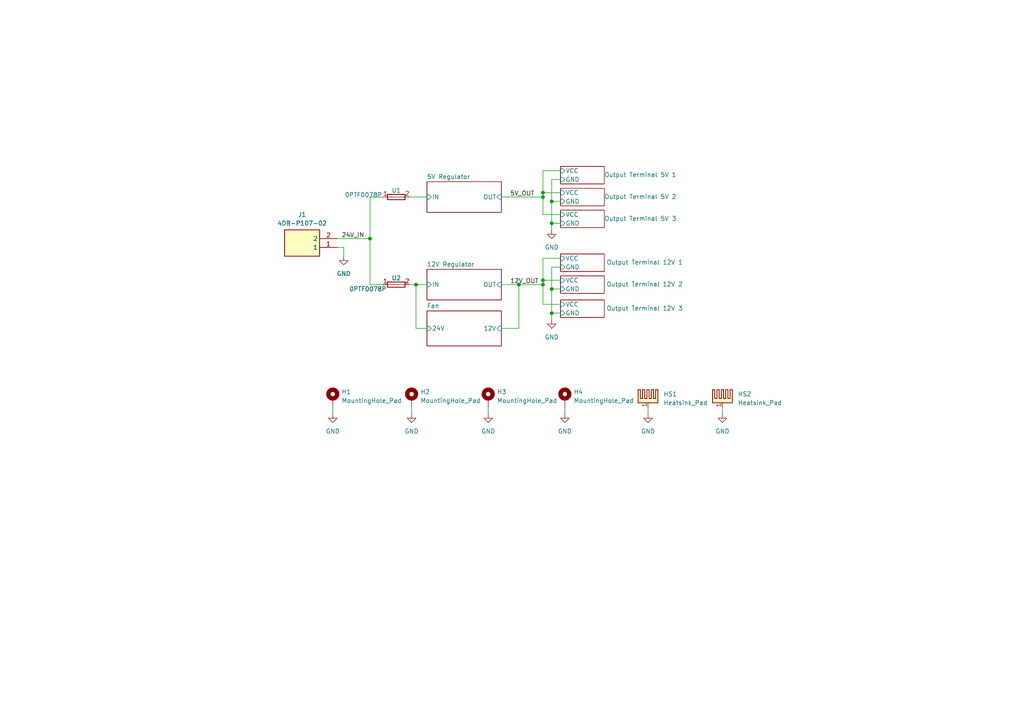
<source format=kicad_sch>
(kicad_sch (version 20230121) (generator eeschema)
  (paper "A4")
  (title_block (title "The Supluwu") (date "2023-12-29") (rev "1") (company "FG Labs"))
  (lib_symbols
    (symbol "Mechanical:Heatsink_Pad" (pin_names (offset 0))
      (property "Reference" "HS" (at 0 5.715 0))
      (property "Value" "Heatsink_Pad" (at 0 3.81 0))
      (symbol "Heatsink_Pad_0_1"
        (polyline (pts (xy -0.3302 0) (xy -0.9652 0) (xy -0.9652 2.54) (xy -1.6002 2.54) (xy -1.6002 0) (xy -2.2352 0) (xy -2.2352 2.54) (xy -2.8702 2.54) (xy -2.8702 -1.27) (xy -0.9652 -1.27)) (stroke (width 0.254)) (fill (type background)))
        (polyline (pts (xy -0.3302 0) (xy -0.3302 2.54) (xy 0.3048 2.54) (xy 0.3048 0) (xy 0.9398 0) (xy 0.9398 2.54) (xy 1.5748 2.54) (xy 1.5748 0) (xy 2.2098 0) (xy 2.2098 2.54) (xy 2.8448 2.54) (xy 2.8448 -1.27) (xy -0.9652 -1.27)) (stroke (width 0.254)) (fill (type background)))
      )
      (symbol "Heatsink_Pad_1_1"
        (pin passive line (at 0 -2.54 90) (length 1.27) (name "~") (number "1"))
      )
    )
    (symbol "Mechanical:MountingHole_Pad" (pin_numbers hide) (pin_names (offset 1.016) hide)
      (property "Reference" "H" (at 0 6.35 0))
      (property "Value" "MountingHole_Pad" (at 0 4.445 0))
      (symbol "MountingHole_Pad_0_1"
        (circle (center 0 1.27) (radius 1.27) (stroke (width 1.27)))
      )
      (symbol "MountingHole_Pad_1_1"
        (pin input line (at 0 -2.54 90) (length 2.54) (name "1") (number "1"))
      )
    )
    (symbol "SamacSys_Parts_2:0PTF0078P"
      (property "Reference" "U" (at 3.175 3.175 0))
      (property "Value" "0PTF0078P" (at -1.27 -1.27 0))
      (symbol "0PTF0078P_0_1"
        (polyline (pts (xy 1.27 0) (xy 6.35 0)))
        (rectangle (start 6.35 -0.762) (end 1.27 0.762) (stroke (width 0.254)))
      )
      (symbol "0PTF0078P_1_1"
        (pin passive line (at 0 0 0) (length 1.27) (name "~") (number "1"))
        (pin passive line (at 7.62 0 180) (length 1.27) (name "~") (number "2"))
      )
    )
    (symbol "SamacSys_Parts_2:4DB-P107-02"
      (property "Reference" "J" (at 16.51 7.62 0))
      (property "Value" "4DB-P107-02" (at 16.51 5.08 0))
      (symbol "4DB-P107-02_1_1"
        (rectangle (start 5.08 2.54) (end 15.24 -5.08) (stroke (width 0.254)) (fill (type background)))
        (pin passive line (at 0 0 0) (length 5.08) (name "1") (number "1"))
        (pin passive line (at 0 -2.54 0) (length 5.08) (name "2") (number "2"))
      )
    )
    (symbol "power:GND" (power) (pin_names (offset 0))
      (property "Value" "GND" (at 0 -3.81 0))
      (symbol "GND_0_1"
        (polyline (pts (xy 0 0) (xy 0 -1.27) (xy 1.27 -1.27) (xy 0 -2.54) (xy -1.27 -1.27) (xy 0 -1.27)))
      )
      (symbol "GND_1_1"
        (pin power_in line (at 0 0 270) (length 0) hide (name "GND") (number "1"))
      )
    )
  )
  (junction (at 107.315 69.215))
  (junction (at 160.02 64.77))
  (junction (at 157.48 81.28))
  (junction (at 160.02 90.805))
  (junction (at 160.02 83.82))
  (junction (at 157.48 57.15))
  (junction (at 120.65 82.55))
  (junction (at 157.48 82.55))
  (junction (at 157.48 55.88))
  (junction (at 160.02 58.42))
  (junction (at 150.495 82.55))
  (wire (pts (xy 160.02 77.47) (xy 162.56 77.47)))
  (wire (pts (xy 157.48 55.88) (xy 162.56 55.88)))
  (wire (pts (xy 209.55 120.015) (xy 209.55 118.11)))
  (wire (pts (xy 150.495 82.55) (xy 157.48 82.55)))
  (wire (pts (xy 160.02 90.805) (xy 162.56 90.805)))
  (wire (pts (xy 160.02 77.47) (xy 160.02 83.82)))
  (wire (pts (xy 157.48 82.55) (xy 157.48 81.28)))
  (wire (pts (xy 157.48 81.28) (xy 157.48 74.93)))
  (wire (pts (xy 107.315 82.55) (xy 111.125 82.55)))
  (wire (pts (xy 157.48 81.28) (xy 162.56 81.28)))
  (wire (pts (xy 97.79 69.215) (xy 107.315 69.215)))
  (wire (pts (xy 145.415 82.55) (xy 150.495 82.55)))
  (wire (pts (xy 157.48 88.265) (xy 157.48 82.55)))
  (wire (pts (xy 163.83 120.015) (xy 163.83 118.11)))
  (wire (pts (xy 118.745 82.55) (xy 120.65 82.55)))
  (wire (pts (xy 96.52 120.015) (xy 96.52 118.11)))
  (wire (pts (xy 160.02 58.42) (xy 162.56 58.42)))
  (wire (pts (xy 160.02 83.82) (xy 160.02 90.805)))
  (wire (pts (xy 162.56 52.07) (xy 160.02 52.07)))
  (wire (pts (xy 120.65 95.25) (xy 123.825 95.25)))
  (wire (pts (xy 145.415 57.15) (xy 157.48 57.15)))
  (wire (pts (xy 120.65 95.25) (xy 120.65 82.55)))
  (wire (pts (xy 162.56 62.23) (xy 157.48 62.23)))
  (wire (pts (xy 107.315 69.215) (xy 107.315 57.15)))
  (wire (pts (xy 150.495 95.25) (xy 150.495 82.55)))
  (wire (pts (xy 97.79 71.755) (xy 99.695 71.755)))
  (wire (pts (xy 160.02 58.42) (xy 160.02 64.77)))
  (wire (pts (xy 120.65 82.55) (xy 123.825 82.55)))
  (wire (pts (xy 107.315 57.15) (xy 111.125 57.15)))
  (wire (pts (xy 160.02 90.805) (xy 160.02 92.71)))
  (wire (pts (xy 160.02 83.82) (xy 162.56 83.82)))
  (wire (pts (xy 145.415 95.25) (xy 150.495 95.25)))
  (wire (pts (xy 141.605 120.015) (xy 141.605 118.11)))
  (wire (pts (xy 157.48 57.15) (xy 157.48 55.88)))
  (wire (pts (xy 107.315 82.55) (xy 107.315 69.215)))
  (wire (pts (xy 162.56 49.53) (xy 157.48 49.53)))
  (wire (pts (xy 118.745 57.15) (xy 123.825 57.15)))
  (wire (pts (xy 162.56 88.265) (xy 157.48 88.265)))
  (wire (pts (xy 119.38 120.015) (xy 119.38 118.11)))
  (wire (pts (xy 187.96 120.015) (xy 187.96 118.11)))
  (wire (pts (xy 157.48 74.93) (xy 162.56 74.93)))
  (wire (pts (xy 99.695 71.755) (xy 99.695 74.295)))
  (wire (pts (xy 157.48 49.53) (xy 157.48 55.88)))
  (wire (pts (xy 160.02 64.77) (xy 162.56 64.77)))
  (wire (pts (xy 160.02 52.07) (xy 160.02 58.42)))
  (wire (pts (xy 160.02 64.77) (xy 160.02 66.675)))
  (wire (pts (xy 157.48 62.23) (xy 157.48 57.15)))
  (label "24V_IN" (at 99.06 69.215 0))
  (label "12V_OUT" (at 147.955 82.55 0))
  (label "5V_OUT" (at 147.955 57.15 0))
  (symbol (lib_id "Mechanical:MountingHole_Pad") (at 96.52 115.57 0) (unit 1)
    (property "Reference" "H1" (at 99.06 113.665 0) (effects (justify left)))
    (property "Value" "MountingHole_Pad" (at 99.06 116.205 0) (effects (justify left)))
    (property "Footprint" "MountingHole:MountingHole_3.2mm_M3_ISO7380_Pad" (effects hide))
  )
  (symbol (lib_id "SamacSys_Parts_2:4DB-P107-02") (at 97.79 71.755 180) (unit 1)
    (property "Reference" "J1" (at 87.63 62.23 0))
    (property "Value" "4DB-P107-02" (at 87.63 64.77 0))
    (property "Footprint" "Samacsys 2:4DBP10702" (effects hide))
    (property "Datasheet" "https://www.te.com/commerce/DocumentDelivery/DDEController?Action=showdoc&DocId=Customer+Drawing%7F1437667-6%7FD7%7Fpdf%7FEnglish%7FENG_CD_1437667-6_D7.pdf%7F1437667-6" (effects hide))
    (property "Height" "13.97" (effects hide))
    (property "Mouser Part Number" "571-14376676" (effects hide))
    (property "Mouser Price/Stock" "https://www.mouser.co.uk/ProductDetail/TE-Connectivity/4DB-P107-02?qs=HIOJlr2Cjjgxt%2FCLkbzYNw%3D%3D" (effects hide))
    (property "Manufacturer_Name" "TE Connectivity" (effects hide))
    (property "Manufacturer_Part_Number" "4DB-P107-02" (effects hide))
  )
  (symbol (lib_id "Mechanical:MountingHole_Pad") (at 163.83 115.57 0) (unit 1)
    (property "Reference" "H4" (at 166.37 113.665 0) (effects (justify left)))
    (property "Value" "MountingHole_Pad" (at 166.37 116.205 0) (effects (justify left)))
    (property "Footprint" "MountingHole:MountingHole_3.2mm_M3_ISO7380_Pad" (effects hide))
  )
  (symbol (lib_id "SamacSys_Parts_2:0PTF0078P") (at 111.125 57.15 0) (unit 1)
    (property "Reference" "U1" (at 114.935 55.245 0))
    (property "Value" "0PTF0078P" (at 105.41 56.515 0))
    (property "Footprint" "Samacsys 2:0PTF0078P" (effects hide))
    (property "Datasheet" "https://media.digikey.com/pdf/Data%20Sheets/Littelfuse%20PDFs/PTF075_77_78.pdf" (effects hide))
    (property "Height" "11.5" (effects hide))
    (property "Mouser Part Number" "576-0PTF0078P" (effects hide))
    (property "Mouser Price/Stock" "https://www.mouser.co.uk/ProductDetail/Littelfuse/0PTF0078P?qs=Co4VkB5J4%2Fsczy6gG8s%2FsA%3D%3D" (effects hide))
    (property "Manufacturer_Name" "LITTELFUSE" (effects hide))
    (property "Manufacturer_Part_Number" "0PTF0078P" (effects hide))
  )
  (symbol (lib_id "Mechanical:MountingHole_Pad") (at 119.38 115.57 0) (unit 1)
    (property "Reference" "H2" (at 121.92 113.665 0) (effects (justify left)))
    (property "Value" "MountingHole_Pad" (at 121.92 116.205 0) (effects (justify left)))
    (property "Footprint" "MountingHole:MountingHole_3.2mm_M3_ISO7380_Pad" (effects hide))
  )
  (symbol (lib_id "Mechanical:Heatsink_Pad") (at 187.96 115.57 0) (unit 1)
    (property "Reference" "HS1" (at 192.405 114.3 0) (effects (justify left)))
    (property "Value" "Heatsink_Pad" (at 192.405 116.84 0) (effects (justify left)))
    (property "Footprint" "Heatsink_custom:14x14mm PCB with VIA" (effects hide))
    (property "Amazon" "https://www.amazon.de/-/en/CTRICALVER-Aluminium-Heatsink-Adhesive-Printers/dp/B09DKJPZRX/ref=sr_1_12?crid=21O6LON2A3CAB&keywords=Heatsink&qid=1703774347&sprefix=heatsink%2Caps%2C92&sr=8-12&th=1" (effects hide))
  )
  (symbol (lib_id "power:GND") (at 160.02 92.71 0) (unit 1)
    (property "Reference" "#PWR04" (effects hide))
    (property "Value" "GND" (at 160.02 97.79 0))
  )
  (symbol (lib_id "Mechanical:MountingHole_Pad") (at 141.605 115.57 0) (unit 1)
    (property "Reference" "H3" (at 144.145 113.665 0) (effects (justify left)))
    (property "Value" "MountingHole_Pad" (at 144.145 116.205 0) (effects (justify left)))
    (property "Footprint" "MountingHole:MountingHole_3.2mm_M3_ISO7380_Pad" (effects hide))
  )
  (symbol (lib_id "power:GND") (at 160.02 66.675 0) (unit 1)
    (property "Reference" "#PWR05" (effects hide))
    (property "Value" "GND" (at 160.02 71.755 0))
  )
  (symbol (lib_id "SamacSys_Parts_2:0PTF0078P") (at 111.125 82.55 0) (unit 1)
    (property "Reference" "U2" (at 114.935 80.645 0))
    (property "Value" "0PTF0078P" (at 106.68 83.82 0))
    (property "Footprint" "Samacsys 2:0PTF0078P" (effects hide))
    (property "Datasheet" "https://media.digikey.com/pdf/Data%20Sheets/Littelfuse%20PDFs/PTF075_77_78.pdf" (effects hide))
    (property "Height" "11.5" (effects hide))
    (property "Mouser Part Number" "576-0PTF0078P" (effects hide))
    (property "Mouser Price/Stock" "https://www.mouser.co.uk/ProductDetail/Littelfuse/0PTF0078P?qs=Co4VkB5J4%2Fsczy6gG8s%2FsA%3D%3D" (effects hide))
    (property "Manufacturer_Name" "LITTELFUSE" (effects hide))
    (property "Manufacturer_Part_Number" "0PTF0078P" (effects hide))
  )
  (symbol (lib_id "power:GND") (at 96.52 120.015 0) (unit 1)
    (property "Reference" "#PWR07" (effects hide))
    (property "Value" "GND" (at 96.52 125.095 0))
  )
  (symbol (lib_id "Mechanical:Heatsink_Pad") (at 209.55 115.57 0) (unit 1)
    (property "Reference" "HS2" (at 213.995 114.3 0) (effects (justify left)))
    (property "Value" "Heatsink_Pad" (at 213.995 116.84 0) (effects (justify left)))
    (property "Footprint" "Heatsink_custom:14x14mm PCB with VIA" (effects hide))
    (property "Amazon" "https://www.amazon.de/-/en/CTRICALVER-Aluminium-Heatsink-Adhesive-Printers/dp/B09DKJPZRX/ref=sr_1_12?crid=21O6LON2A3CAB&keywords=Heatsink&qid=1703774347&sprefix=heatsink%2Caps%2C92&sr=8-12&th=1" (effects hide))
  )
  (symbol (lib_id "power:GND") (at 119.38 120.015 0) (unit 1)
    (property "Reference" "#PWR08" (effects hide))
    (property "Value" "GND" (at 119.38 125.095 0))
  )
  (symbol (lib_id "power:GND") (at 99.695 74.295 0) (unit 1)
    (property "Reference" "#PWR03" (effects hide))
    (property "Value" "GND" (at 99.695 79.375 0))
  )
  (symbol (lib_id "power:GND") (at 187.96 120.015 0) (unit 1)
    (property "Reference" "#PWR011" (effects hide))
    (property "Value" "GND" (at 187.96 125.095 0))
  )
  (symbol (lib_id "power:GND") (at 209.55 120.015 0) (unit 1)
    (property "Reference" "#PWR012" (effects hide))
    (property "Value" "GND" (at 209.55 125.095 0))
  )
  (symbol (lib_id "power:GND") (at 141.605 120.015 0) (unit 1)
    (property "Reference" "#PWR09" (effects hide))
    (property "Value" "GND" (at 141.605 125.095 0))
  )
  (symbol (lib_id "power:GND") (at 163.83 120.015 0) (unit 1)
    (property "Reference" "#PWR010" (effects hide))
    (property "Value" "GND" (at 163.83 125.095 0))
  )
  (sheet (at 162.56 80.01) (size 12.7 5.08) (stroke (width 0.1524))
    (property "Sheetname" "Output Terminal 12V 2" (at 175.895 83.185 0) (effects (justify left bottom)))
    (property "Sheetfile" "Terminal 12V.kicad_sch" (effects hide))
    (pin "GND" input (at 162.56 83.82 180))
    (pin "VCC" input (at 162.56 81.28 180))
  )
  (sheet (at 162.56 60.96) (size 12.7 5.08) (stroke (width 0.1524))
    (property "Sheetname" "Output Terminal 5V 3" (at 175.26 64.135 0) (effects (justify left bottom)))
    (property "Sheetfile" "Terminal 5V.kicad_sch" (effects hide))
    (pin "VCC" input (at 162.56 62.23 180))
    (pin "GND" input (at 162.56 64.77 180))
  )
  (sheet (at 123.825 78.105) (size 21.59 8.89) (stroke (width 0.1524))
    (property "Sheetname" "12V Regulator" (at 123.825 77.3934 0) (effects (justify left bottom)))
    (property "Sheetfile" "12V Regulator.kicad_sch" (effects hide))
    (pin "IN" input (at 123.825 82.55 180))
    (pin "OUT" input (at 145.415 82.55 0))
  )
  (sheet (at 123.825 90.17) (size 21.59 10.16) (stroke (width 0.1524))
    (property "Sheetname" "Fan" (at 123.825 89.4584 0) (effects (justify left bottom)))
    (property "Sheetfile" "Fan.kicad_sch" (effects hide))
    (pin "12V" input (at 145.415 95.25 0))
    (pin "24V" input (at 123.825 95.25 180))
  )
  (sheet (at 162.56 73.66) (size 12.7 5.08) (stroke (width 0.1524))
    (property "Sheetname" "Output Terminal 12V 1" (at 175.895 76.835 0) (effects (justify left bottom)))
    (property "Sheetfile" "Terminal 12V.kicad_sch" (effects hide))
    (pin "GND" input (at 162.56 77.47 180))
    (pin "VCC" input (at 162.56 74.93 180))
  )
  (sheet (at 162.56 54.61) (size 12.7 5.08) (stroke (width 0.1524))
    (property "Sheetname" "Output Terminal 5V 2" (at 175.26 57.785 0) (effects (justify left bottom)))
    (property "Sheetfile" "Terminal 5V.kicad_sch" (effects hide))
    (pin "VCC" input (at 162.56 55.88 180))
    (pin "GND" input (at 162.56 58.42 180))
  )
  (sheet (at 123.825 52.705) (size 21.59 8.89) (stroke (width 0.1524))
    (property "Sheetname" "5V Regulator" (at 123.825 51.9934 0) (effects (justify left bottom)))
    (property "Sheetfile" "5V Regulator.kicad_sch" (effects hide))
    (pin "IN" input (at 123.825 57.15 180))
    (pin "OUT" input (at 145.415 57.15 0))
  )
  (sheet (at 162.56 48.26) (size 12.7 5.08) (stroke (width 0.1524))
    (property "Sheetname" "Output Terminal 5V 1" (at 175.26 51.435 0) (effects (justify left bottom)))
    (property "Sheetfile" "Terminal 5V.kicad_sch" (effects hide))
    (pin "VCC" input (at 162.56 49.53 180))
    (pin "GND" input (at 162.56 52.07 180))
  )
  (sheet (at 162.56 86.995) (size 12.7 5.08) (stroke (width 0.1524))
    (property "Sheetname" "Output Terminal 12V 3" (at 175.895 90.17 0) (effects (justify left bottom)))
    (property "Sheetfile" "Terminal 12V.kicad_sch" (effects hide))
    (pin "GND" input (at 162.56 90.805 180))
    (pin "VCC" input (at 162.56 88.265 180))
  )
)
</source>
